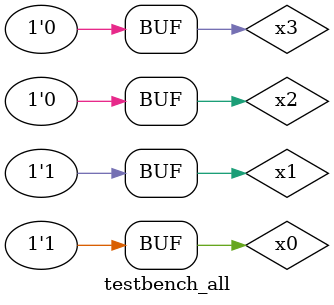
<source format=v>
`timescale 1ns / 1ps


module testbench_all();
        reg    x0, x1, x2, x3;
        wire   outa, outb, outc, outd, oute, outf, outg;
		  black_box bb(outa, outb,  outc,  outd,  oute,  outf,  outg,  x0,  x1,  x2,  x3);
        initial begin
            $monitor ($time," x0=%b x1=%b x2=%b x3=%b    a=%b b=%b c=%b d=%b e=%b f=%b g=%b", x0, x1, x2, x3, outa, outb, outc, outd, oute, outf, outg);
            x0 = 0; x1 = 0; x2 = 1; x3 = 1;
            #100 x0 = 0; x1 = 1; x2 = 0; x3 = 0;
            #100 x0 = 0; x1 = 1; x2 = 0; x3 = 1;
            #100 x0 = 0; x1 = 1; x2 = 1; x3 = 0;
            #100 x0 = 0; x1 = 1; x2 = 1; x3 = 1;
            #100 x0 = 1; x1 = 0; x2 = 0; x3 = 0;
            #100 x0 = 1; x1 = 0; x2 = 0; x3 = 1;
            #100 x0 = 1; x1 = 0; x2 = 1; x3 = 0;
            #100 x0 = 1; x1 = 0; x2 = 1; x3 = 1;
            #100 x0 = 1; x1 = 1; x2 = 0; x3 = 0;
        end

    endmodule
	 
</source>
